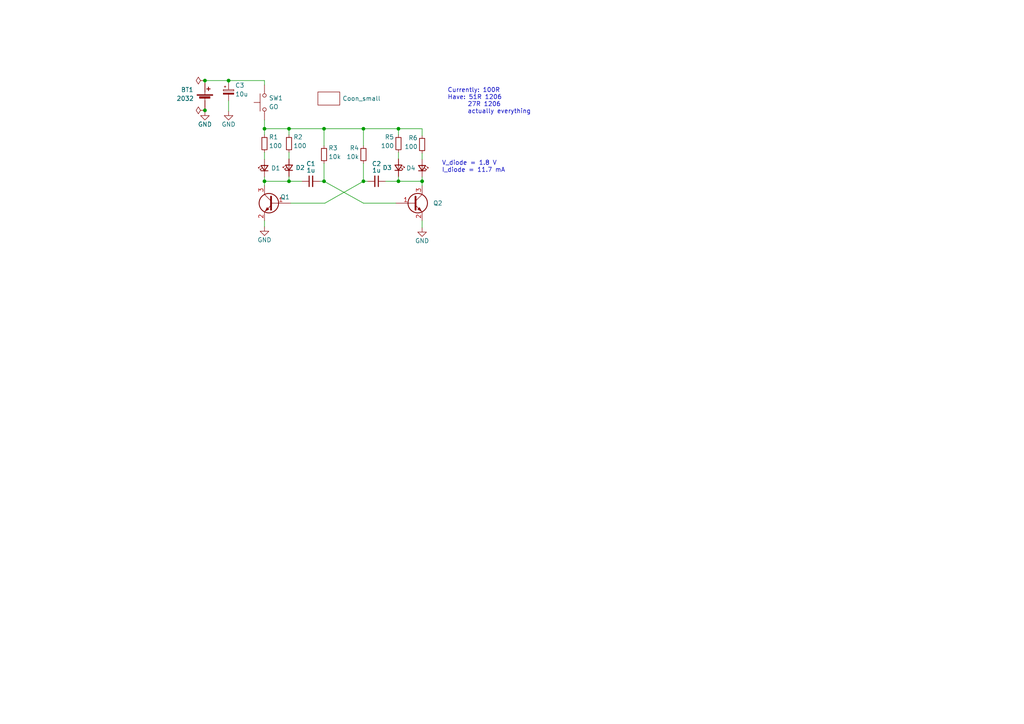
<source format=kicad_sch>
(kicad_sch (version 20211123) (generator eeschema)
  (paper "A4")
  (lib_symbols
    (symbol "Device:Battery_Cell" (pin_numbers hide) (pin_names (offset 0) hide)
      (property "Reference" "BT" (at 2.54 2.54 0))
      (property "Value" "Battery_Cell" (at 2.54 0 0))
      (symbol "Battery_Cell_0_1"
        (rectangle (start -2.286 1.778) (end 2.286 1.524) (fill (type outline)))
        (rectangle (start -1.5748 1.1938) (end 1.4732 0.6858) (fill (type outline)))
        (polyline (pts (xy 0 0.762) (xy 0 0)))
        (polyline (pts (xy 0 1.778) (xy 0 2.54)))
        (polyline (pts (xy 0.508 3.429) (xy 1.524 3.429)) (stroke (width 0.254)))
        (polyline (pts (xy 1.016 3.937) (xy 1.016 2.921)) (stroke (width 0.254)))
      )
      (symbol "Battery_Cell_1_1"
        (pin passive line (at 0 5.08 270) (length 2.54) (name "+") (number "1"))
        (pin passive line (at 0 -2.54 90) (length 2.54) (name "-") (number "2"))
      )
    )
    (symbol "Device:C_Polarized_Small" (pin_numbers hide) (pin_names (offset 0.254) hide)
      (property "Reference" "C" (at 0.254 1.778 0))
      (property "Value" "C_Polarized_Small" (at 0.254 -2.032 0))
      (symbol "C_Polarized_Small_0_1"
        (rectangle (start -1.524 -0.3048) (end 1.524 -0.6858) (fill (type outline)))
        (rectangle (start -1.524 0.6858) (end 1.524 0.3048))
        (polyline (pts (xy -1.27 1.524) (xy -0.762 1.524)))
        (polyline (pts (xy -1.016 1.27) (xy -1.016 1.778)))
      )
      (symbol "C_Polarized_Small_1_1"
        (pin passive line (at 0 2.54 270) (length 1.8542) (name "~") (number "1"))
        (pin passive line (at 0 -2.54 90) (length 1.8542) (name "~") (number "2"))
      )
    )
    (symbol "Device:C_Small" (pin_numbers hide) (pin_names (offset 0.254) hide)
      (property "Reference" "C" (at 0.254 1.778 0))
      (property "Value" "C_Small" (at 0.254 -2.032 0))
      (symbol "C_Small_0_1"
        (polyline (pts (xy -1.524 -0.508) (xy 1.524 -0.508)) (stroke (width 0.3302)))
        (polyline (pts (xy -1.524 0.508) (xy 1.524 0.508)) (stroke (width 0.3048)))
      )
      (symbol "C_Small_1_1"
        (pin passive line (at 0 2.54 270) (length 2.032) (name "~") (number "1"))
        (pin passive line (at 0 -2.54 90) (length 2.032) (name "~") (number "2"))
      )
    )
    (symbol "Device:LED_Small" (pin_numbers hide) (pin_names (offset 0.254) hide)
      (property "Reference" "D" (at -1.27 3.175 0))
      (property "Value" "LED_Small" (at -4.445 -2.54 0))
      (symbol "LED_Small_0_1"
        (polyline (pts (xy -0.762 -1.016) (xy -0.762 1.016)) (stroke (width 0.254)))
        (polyline (pts (xy 1.016 0) (xy -0.762 0)))
        (polyline (pts (xy 0.762 -1.016) (xy -0.762 0) (xy 0.762 1.016) (xy 0.762 -1.016)) (stroke (width 0.254)))
        (polyline (pts (xy 0 0.762) (xy -0.508 1.27) (xy -0.254 1.27) (xy -0.508 1.27) (xy -0.508 1.016)))
        (polyline (pts (xy 0.508 1.27) (xy 0 1.778) (xy 0.254 1.778) (xy 0 1.778) (xy 0 1.524)))
      )
      (symbol "LED_Small_1_1"
        (pin passive line (at -2.54 0 0) (length 1.778) (name "K") (number "1"))
        (pin passive line (at 2.54 0 180) (length 1.778) (name "A") (number "2"))
      )
    )
    (symbol "Device:Q_NPN_BEC" (pin_names (offset 0) hide)
      (property "Reference" "Q" (at 5.08 1.27 0))
      (property "Value" "Q_NPN_BEC" (at 5.08 -1.27 0))
      (symbol "Q_NPN_BEC_0_1"
        (polyline (pts (xy 0.635 0.635) (xy 2.54 2.54)))
        (polyline (pts (xy 0.635 -0.635) (xy 2.54 -2.54) (xy 2.54 -2.54)))
        (polyline (pts (xy 0.635 1.905) (xy 0.635 -1.905) (xy 0.635 -1.905)) (stroke (width 0.508)))
        (polyline (pts (xy 1.27 -1.778) (xy 1.778 -1.27) (xy 2.286 -2.286) (xy 1.27 -1.778) (xy 1.27 -1.778)) (fill (type outline)))
        (circle (center 1.27 0) (radius 2.8194) (stroke (width 0.254)))
      )
      (symbol "Q_NPN_BEC_1_1"
        (pin input line (at -5.08 0 0) (length 5.715) (name "B") (number "1"))
        (pin passive line (at 2.54 -5.08 90) (length 2.54) (name "E") (number "2"))
        (pin passive line (at 2.54 5.08 270) (length 2.54) (name "C") (number "3"))
      )
    )
    (symbol "Device:R_Small" (pin_numbers hide) (pin_names (offset 0.254) hide)
      (property "Reference" "R" (at 0.762 0.508 0))
      (property "Value" "R_Small" (at 0.762 -1.016 0))
      (symbol "R_Small_0_1"
        (rectangle (start -0.762 1.778) (end 0.762 -1.778) (stroke (width 0.2032)))
      )
      (symbol "R_Small_1_1"
        (pin passive line (at 0 2.54 270) (length 0.762) (name "~") (number "1"))
        (pin passive line (at 0 -2.54 90) (length 0.762) (name "~") (number "2"))
      )
    )
    (symbol "Switch:SW_Push" (pin_numbers hide) (pin_names (offset 1.016) hide)
      (property "Reference" "SW" (at 1.27 2.54 0))
      (property "Value" "SW_Push" (at 0 -1.524 0))
      (symbol "SW_Push_0_1"
        (circle (center -2.032 0) (radius 0.508))
        (polyline (pts (xy 0 1.27) (xy 0 3.048)))
        (polyline (pts (xy 2.54 1.27) (xy -2.54 1.27)))
        (circle (center 2.032 0) (radius 0.508))
        (pin passive line (at -5.08 0 0) (length 2.54) (name "1") (number "1"))
        (pin passive line (at 5.08 0 180) (length 2.54) (name "2") (number "2"))
      )
    )
    (symbol "custom:Coon_small" (in_bom no)
      (property "Value" "Coon_small" (at 4.445 -2.54 0))
      (symbol "Coon_small_0_1"
        (rectangle (start 1.27 2.54) (end 7.62 -1.27) (stroke (width 0.1524)))
      )
    )
    (symbol "power:GND" (power) (pin_names (offset 0))
      (property "Value" "GND" (at 0 -3.81 0))
      (symbol "GND_0_1"
        (polyline (pts (xy 0 0) (xy 0 -1.27) (xy 1.27 -1.27) (xy 0 -2.54) (xy -1.27 -1.27) (xy 0 -1.27)))
      )
      (symbol "GND_1_1"
        (pin power_in line (at 0 0 270) (length 0) hide (name "GND") (number "1"))
      )
    )
    (symbol "power:PWR_FLAG" (power) (pin_numbers hide) (pin_names (offset 0) hide)
      (property "Value" "PWR_FLAG" (at 0 3.81 0))
      (symbol "PWR_FLAG_0_0"
        (pin power_out line (at 0 0 90) (length 0) (name "pwr") (number "1"))
      )
      (symbol "PWR_FLAG_0_1"
        (polyline (pts (xy 0 0) (xy 0 1.27) (xy -1.016 1.905) (xy 0 2.54) (xy 1.016 1.905) (xy 0 1.27)))
      )
    )
  )
  (junction (at 122.428 52.578))
  (junction (at 76.708 37.338))
  (junction (at 93.98 37.338))
  (junction (at 66.294 23.368))
  (junction (at 105.41 37.338))
  (junction (at 105.41 52.578))
  (junction (at 76.708 52.578))
  (junction (at 59.436 32.004))
  (junction (at 59.436 23.368))
  (junction (at 83.82 52.578))
  (junction (at 93.98 52.578))
  (junction (at 83.82 37.338))
  (junction (at 115.57 37.338))
  (junction (at 115.57 52.578))
  (wire (pts (xy 93.98 52.578) (xy 93.98 47.371)))
  (wire (pts (xy 59.436 23.368) (xy 66.294 23.368)))
  (wire (pts (xy 105.41 37.338) (xy 115.57 37.338)))
  (wire (pts (xy 83.82 52.578) (xy 87.63 52.578)))
  (wire (pts (xy 115.57 44.196) (xy 115.57 46.101)))
  (wire (pts (xy 83.82 44.196) (xy 83.82 46.101)))
  (wire (pts (xy 59.436 24.13) (xy 59.436 23.368)))
  (wire (pts (xy 76.708 52.578) (xy 76.708 53.848)))
  (wire (pts (xy 76.708 37.338) (xy 83.82 37.338)))
  (wire (pts (xy 76.708 39.116) (xy 76.708 37.338)))
  (wire (pts (xy 122.428 52.578) (xy 115.57 52.578)))
  (wire (pts (xy 105.41 42.291) (xy 105.41 37.338)))
  (wire (pts (xy 59.436 31.75) (xy 59.436 32.004)))
  (wire (pts (xy 83.82 51.181) (xy 83.82 52.578)))
  (wire (pts (xy 93.98 37.338) (xy 105.41 37.338)))
  (wire (pts (xy 115.57 52.578) (xy 111.76 52.578)))
  (wire (pts (xy 115.57 51.181) (xy 115.57 52.578)))
  (wire (pts (xy 84.328 58.928) (xy 94.234 58.928)))
  (wire (pts (xy 106.68 52.578) (xy 105.41 52.578)))
  (wire (pts (xy 76.708 64.008) (xy 76.708 65.786)))
  (wire (pts (xy 59.436 32.004) (xy 59.436 32.258)))
  (wire (pts (xy 76.708 52.578) (xy 83.82 52.578)))
  (wire (pts (xy 115.57 37.338) (xy 115.57 39.116)))
  (wire (pts (xy 105.41 52.578) (xy 105.41 47.371)))
  (wire (pts (xy 66.294 23.368) (xy 66.294 24.13)))
  (wire (pts (xy 105.41 58.928) (xy 93.98 52.578)))
  (wire (pts (xy 92.71 52.578) (xy 93.98 52.578)))
  (wire (pts (xy 122.428 44.45) (xy 122.428 46.228)))
  (wire (pts (xy 76.708 24.638) (xy 76.708 23.368)))
  (wire (pts (xy 105.41 58.928) (xy 114.808 58.928)))
  (wire (pts (xy 122.428 51.308) (xy 122.428 52.578)))
  (wire (pts (xy 66.294 29.21) (xy 66.294 32.258)))
  (wire (pts (xy 76.708 44.196) (xy 76.708 46.228)))
  (wire (pts (xy 83.82 37.338) (xy 83.82 39.116)))
  (wire (pts (xy 122.428 64.008) (xy 122.428 66.04)))
  (wire (pts (xy 76.708 34.798) (xy 76.708 37.338)))
  (wire (pts (xy 93.98 42.291) (xy 93.98 37.338)))
  (wire (pts (xy 76.708 51.308) (xy 76.708 52.578)))
  (wire (pts (xy 94.234 58.928) (xy 105.41 52.578)))
  (wire (pts (xy 122.428 52.578) (xy 122.428 53.848)))
  (wire (pts (xy 66.294 23.368) (xy 76.708 23.368)))
  (wire (pts (xy 122.428 39.37) (xy 122.428 37.338)))
  (wire (pts (xy 122.428 37.338) (xy 115.57 37.338)))
  (wire (pts (xy 93.98 37.338) (xy 83.82 37.338)))
  (text "V_diode = 1.8 V\nI_diode = 11.7 mA" (at 128.143 50.165 0) (effects (font (size 1.27 1.27)) (justify left bottom)))
  (text "Currently: 100R\nHave: 51R 1206\n      27R 1206\n      actually everything" (at 129.794 33.147 0) (effects (font (size 1.27 1.27)) (justify left bottom)))
  (symbol (lib_id "Device:R_Small") (at 76.708 41.656 180) (unit 1)
    (property "Reference" "R1" (at 77.978 39.751 0) (effects (justify right)))
    (property "Value" "100" (at 77.978 42.291 0) (effects (justify right)))
    (property "Footprint" "Resistor_SMD:R_0805_2012Metric_Pad1.20x1.40mm_HandSolder" (effects hide))
  )
  (symbol (lib_id "Device:Q_NPN_BEC") (at 79.248 58.928 0) (mirror y) (unit 1)
    (property "Reference" "Q1" (at 84.074 57.15 0) (effects (justify left)))
    (property "Value" "Q_NPN_BEC (BC817K40E6327HTSA1)" (effects hide))
    (property "Footprint" "Package_TO_SOT_SMD:SOT-23_Handsoldering" (effects hide))
    (property "Datasheet" "https://www.infinite-electronic.ru/datasheet/4a-BC-817-40-E6433.pdf" (effects hide))
  )
  (symbol (lib_id "Device:LED_Small") (at 122.428 48.768 270) (mirror x) (unit 1)
    (property "Reference" "D4" (at 120.523 48.768 90) (effects (justify right)))
    (property "Value" "LED_Small" (effects hide))
    (property "Footprint" "LED_SMD:LED_0805_2012Metric_Pad1.15x1.40mm_HandSolder" (effects hide))
  )
  (symbol (lib_id "Device:C_Small") (at 109.22 52.578 270) (mirror x) (unit 1)
    (property "Reference" "C2" (at 109.22 47.498 90))
    (property "Value" "1u" (at 109.22 49.403 90))
    (property "Footprint" "Capacitor_SMD:C_0805_2012Metric_Pad1.18x1.45mm_HandSolder" (effects hide))
  )
  (symbol (lib_id "power:GND") (at 76.708 65.786 0) (unit 1)
    (property "Reference" "#PWR02" (effects hide))
    (property "Value" "GND" (at 76.708 69.596 0))
  )
  (symbol (lib_id "Switch:SW_Push") (at 76.708 29.718 90) (unit 1)
    (property "Reference" "SW1" (at 77.978 28.4479 90) (effects (justify right)))
    (property "Value" "GO" (at 77.978 30.9879 90) (effects (justify right)))
    (property "Footprint" "Button_Switch_SMD:SW_SPST_CK_RS282G05A3" (effects hide))
  )
  (symbol (lib_id "Device:C_Small") (at 90.17 52.578 90) (unit 1)
    (property "Reference" "C1" (at 90.17 47.498 90))
    (property "Value" "1u" (at 90.17 49.403 90))
    (property "Footprint" "Capacitor_SMD:C_0805_2012Metric_Pad1.18x1.45mm_HandSolder" (effects hide))
  )
  (symbol (lib_id "power:GND") (at 59.436 32.258 0) (unit 1)
    (property "Reference" "#PWR01" (effects hide))
    (property "Value" "GND" (at 59.436 36.068 0))
  )
  (symbol (lib_id "Device:Battery_Cell") (at 59.436 29.21 0) (unit 1)
    (property "Reference" "BT1" (at 52.451 26.035 0) (effects (justify left)))
    (property "Value" "2032" (at 51.181 28.575 0) (effects (justify left)))
    (property "Footprint" "custom:2032 battery clip" (effects hide))
  )
  (symbol (lib_id "Device:LED_Small") (at 115.57 48.641 270) (mirror x) (unit 1)
    (property "Reference" "D3" (at 113.665 48.641 90) (effects (justify right)))
    (property "Value" "LED_Small" (effects hide))
    (property "Footprint" "LED_SMD:LED_0805_2012Metric_Pad1.15x1.40mm_HandSolder" (effects hide))
  )
  (symbol (lib_id "Device:LED_Small") (at 76.708 48.768 90) (unit 1)
    (property "Reference" "D1" (at 78.613 48.768 90) (effects (justify right)))
    (property "Value" "LED_Small" (effects hide))
    (property "Footprint" "LED_SMD:LED_0805_2012Metric_Pad1.15x1.40mm_HandSolder" (effects hide))
  )
  (symbol (lib_id "Device:C_Polarized_Small") (at 66.294 26.67 0) (unit 1)
    (property "Reference" "C3" (at 68.199 24.765 0) (effects (justify left)))
    (property "Value" "10u" (at 68.199 27.305 0) (effects (justify left)))
    (property "Footprint" "Capacitor_Tantalum_SMD:CP_EIA-3216-18_Kemet-A" (effects hide))
  )
  (symbol (lib_id "Device:R_Small") (at 105.41 44.831 0) (mirror x) (unit 1)
    (property "Reference" "R4" (at 104.14 42.926 0) (effects (justify right)))
    (property "Value" "10k" (at 104.14 45.466 0) (effects (justify right)))
    (property "Footprint" "Resistor_SMD:R_0805_2012Metric_Pad1.20x1.40mm_HandSolder" (effects hide))
  )
  (symbol (lib_id "Device:R_Small") (at 93.98 44.831 180) (unit 1)
    (property "Reference" "R3" (at 95.25 42.926 0) (effects (justify right)))
    (property "Value" "10k" (at 95.25 45.466 0) (effects (justify right)))
    (property "Footprint" "Resistor_SMD:R_0805_2012Metric_Pad1.20x1.40mm_HandSolder" (effects hide))
  )
  (symbol (lib_id "Device:LED_Small") (at 83.82 48.641 90) (unit 1)
    (property "Reference" "D2" (at 85.725 48.641 90) (effects (justify right)))
    (property "Value" "LED_Small" (effects hide))
    (property "Footprint" "LED_SMD:LED_0805_2012Metric_Pad1.15x1.40mm_HandSolder" (effects hide))
  )
  (symbol (lib_id "power:PWR_FLAG") (at 59.436 32.004 90) (unit 1)
    (property "Reference" "#FLG0101" (effects hide))
    (property "Value" "PWR_FLAG" (effects hide))
  )
  (symbol (lib_id "Device:R_Small") (at 115.57 41.656 0) (mirror x) (unit 1)
    (property "Reference" "R5" (at 114.3 39.751 0) (effects (justify right)))
    (property "Value" "100" (at 114.3 42.291 0) (effects (justify right)))
    (property "Footprint" "Resistor_SMD:R_0805_2012Metric_Pad1.20x1.40mm_HandSolder" (effects hide))
  )
  (symbol (lib_id "Device:R_Small") (at 83.82 41.656 180) (unit 1)
    (property "Reference" "R2" (at 85.09 39.751 0) (effects (justify right)))
    (property "Value" "100" (at 85.09 42.291 0) (effects (justify right)))
    (property "Footprint" "Resistor_SMD:R_0805_2012Metric_Pad1.20x1.40mm_HandSolder" (effects hide))
  )
  (symbol (lib_id "Device:R_Small") (at 122.428 41.91 0) (mirror x) (unit 1)
    (property "Reference" "R6" (at 121.158 40.005 0) (effects (justify right)))
    (property "Value" "100" (at 121.158 42.545 0) (effects (justify right)))
    (property "Footprint" "Resistor_SMD:R_0805_2012Metric_Pad1.20x1.40mm_HandSolder" (effects hide))
  )
  (symbol (lib_id "Device:Q_NPN_BEC") (at 119.888 58.928 0) (unit 1)
    (property "Reference" "Q2" (at 125.603 58.928 0) (effects (justify left)))
    (property "Value" "Q_NPN_BEC (BC817K40E6327HTSA1)" (effects hide))
    (property "Footprint" "Package_TO_SOT_SMD:SOT-23_Handsoldering" (effects hide))
    (property "Datasheet" "https://www.infinite-electronic.ru/datasheet/4a-BC-817-40-E6433.pdf" (effects hide))
  )
  (symbol (lib_id "power:GND") (at 66.294 32.258 0) (unit 1)
    (property "Reference" "#PWR04" (effects hide))
    (property "Value" "GND" (at 66.294 36.068 0))
  )
  (symbol (lib_id "power:PWR_FLAG") (at 59.436 23.368 90) (unit 1)
    (property "Reference" "#FLG0102" (effects hide))
    (property "Value" "PWR_FLAG" (effects hide))
  )
  (symbol (lib_id "custom:Coon_small") (at 90.932 29.21 0) (unit 1) (in_bom no)
    (property "Reference" "S1" (effects hide))
    (property "Value" "Coon_small" (at 99.314 28.5749 0) (effects (justify left)))
    (property "Footprint" "custom:_Racoon_small" (effects hide))
  )
  (symbol (lib_id "power:GND") (at 122.428 66.04 0) (mirror y) (unit 1)
    (property "Reference" "#PWR03" (effects hide))
    (property "Value" "GND" (at 122.428 69.85 0))
  )
)
</source>
